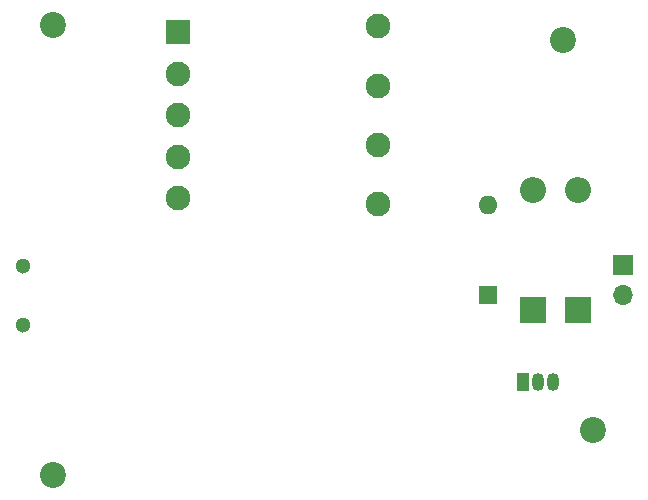
<source format=gbr>
%TF.GenerationSoftware,KiCad,Pcbnew,5.1.9*%
%TF.CreationDate,2021-02-27T11:03:33+05:30*%
%TF.ProjectId,charger,63686172-6765-4722-9e6b-696361645f70,rev?*%
%TF.SameCoordinates,Original*%
%TF.FileFunction,Soldermask,Bot*%
%TF.FilePolarity,Negative*%
%FSLAX46Y46*%
G04 Gerber Fmt 4.6, Leading zero omitted, Abs format (unit mm)*
G04 Created by KiCad (PCBNEW 5.1.9) date 2021-02-27 11:03:33*
%MOMM*%
%LPD*%
G01*
G04 APERTURE LIST*
%ADD10C,2.095500*%
%ADD11R,2.095500X2.095500*%
%ADD12C,2.200000*%
%ADD13C,1.300000*%
%ADD14R,1.050000X1.500000*%
%ADD15O,1.050000X1.500000*%
%ADD16O,1.700000X1.700000*%
%ADD17R,1.700000X1.700000*%
%ADD18O,1.600000X1.600000*%
%ADD19R,1.600000X1.600000*%
%ADD20O,2.200000X2.200000*%
%ADD21R,2.200000X2.200000*%
G04 APERTURE END LIST*
D10*
%TO.C,T1*%
X148196300Y-77355700D03*
X148196300Y-72351900D03*
X148196300Y-67348100D03*
X148196300Y-62344300D03*
X131203700Y-76860400D03*
X131203700Y-73355200D03*
X131203700Y-69850000D03*
X131203700Y-66344800D03*
D11*
X131203700Y-62839600D03*
%TD*%
D12*
%TO.C,H4*%
X120650000Y-62230000D03*
%TD*%
%TO.C,H3*%
X166370000Y-96520000D03*
%TD*%
%TO.C,H2*%
X120650000Y-100330000D03*
%TD*%
%TO.C,H1*%
X163830000Y-63500000D03*
%TD*%
D13*
%TO.C,J1*%
X118110000Y-87590000D03*
X118110000Y-82590000D03*
%TD*%
D14*
%TO.C,Q1*%
X160420000Y-92420000D03*
D15*
X162960000Y-92420000D03*
X161690000Y-92420000D03*
%TD*%
D16*
%TO.C,P1*%
X168910000Y-85090000D03*
D17*
X168910000Y-82550000D03*
%TD*%
D18*
%TO.C,D3*%
X157480000Y-77470000D03*
D19*
X157480000Y-85090000D03*
%TD*%
D20*
%TO.C,D2*%
X161290000Y-76200000D03*
D21*
X161290000Y-86360000D03*
%TD*%
D20*
%TO.C,D1*%
X165100000Y-76200000D03*
D21*
X165100000Y-86360000D03*
%TD*%
M02*

</source>
